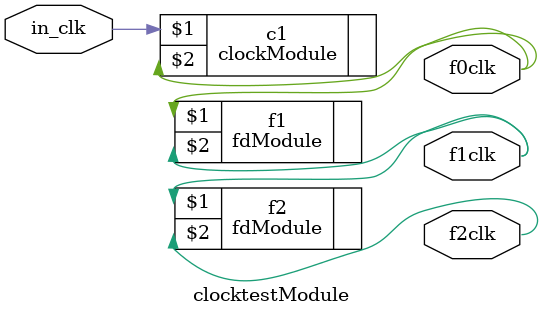
<source format=v>
`timescale 1ns / 1ps
module clocktestModule(
	input in_clk,
	output f0clk,
	output f1clk,
	output f2clk
    );

	clockModule c1(in_clk, f0clk);
	fdModule f1(f0clk, f1clk);
	fdModule f2(f1clk,f2clk);

endmodule

</source>
